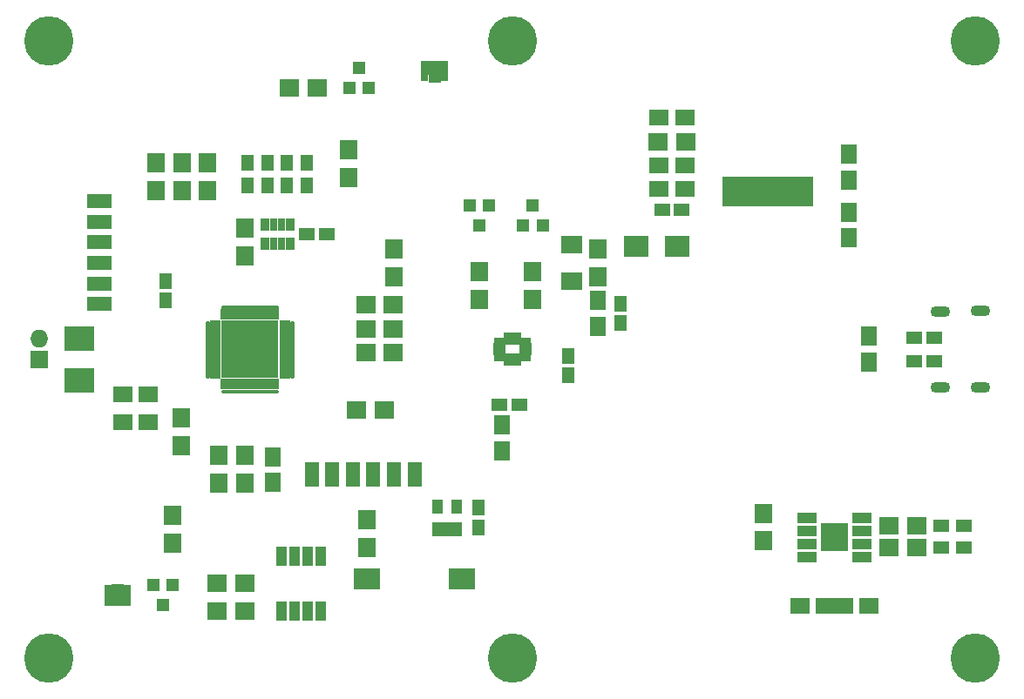
<source format=gbr>
G04 #@! TF.FileFunction,Soldermask,Top*
%FSLAX46Y46*%
G04 Gerber Fmt 4.6, Leading zero omitted, Abs format (unit mm)*
G04 Created by KiCad (PCBNEW 4.0.7) date Wed May  2 17:40:28 2018*
%MOMM*%
%LPD*%
G01*
G04 APERTURE LIST*
%ADD10C,0.100000*%
%ADD11R,1.600000X1.150000*%
%ADD12R,1.650000X1.900000*%
%ADD13R,1.700000X1.900000*%
%ADD14R,2.580000X2.000000*%
%ADD15C,4.800000*%
%ADD16R,1.750000X1.750000*%
%ADD17O,1.750000X1.750000*%
%ADD18R,1.200000X1.300000*%
%ADD19R,0.900000X1.200000*%
%ADD20R,0.800000X1.200000*%
%ADD21R,1.950000X1.000000*%
%ADD22R,1.575000X1.575000*%
%ADD23R,0.650000X1.100000*%
%ADD24R,1.100000X0.650000*%
%ADD25R,1.687500X1.687500*%
%ADD26R,1.050000X1.460000*%
%ADD27R,1.000000X1.950000*%
%ADD28R,2.400000X1.400000*%
%ADD29R,1.400000X2.400000*%
%ADD30R,1.150000X0.700000*%
%ADD31R,1.050000X0.700000*%
%ADD32R,1.050000X0.750000*%
%ADD33R,0.700000X1.150000*%
%ADD34O,1.900000X1.100000*%
%ADD35R,1.900000X1.650000*%
%ADD36R,1.600000X1.300000*%
%ADD37R,1.300000X1.600000*%
%ADD38R,1.900000X1.700000*%
%ADD39R,1.200000X0.880000*%
%ADD40R,0.800000X0.800000*%
%ADD41R,1.500000X1.350000*%
%ADD42R,1.150000X1.600000*%
%ADD43R,2.900000X2.400000*%
%ADD44R,0.720000X2.900000*%
%ADD45R,2.100000X1.700000*%
%ADD46R,2.400000X2.100000*%
%ADD47C,0.254000*%
G04 APERTURE END LIST*
D10*
D11*
X238350000Y-60200000D03*
X236450000Y-60200000D03*
D12*
X254600000Y-57350000D03*
X254600000Y-54850000D03*
D13*
X188900000Y-92650000D03*
X188900000Y-89950000D03*
D14*
X207810000Y-96100000D03*
X216990000Y-96100000D03*
D15*
X176900000Y-103800000D03*
X221900000Y-43800000D03*
X266900000Y-43800000D03*
X221900000Y-103800000D03*
X266900000Y-103800000D03*
X176900000Y-43800000D03*
D16*
X175900000Y-74800000D03*
D17*
X175900000Y-72800000D03*
D18*
X219650000Y-59800000D03*
X217750000Y-59800000D03*
X218700000Y-61800000D03*
X222950000Y-61800000D03*
X224850000Y-61800000D03*
X223900000Y-59800000D03*
D19*
X197900000Y-63500000D03*
D20*
X199500000Y-63500000D03*
X198700000Y-63500000D03*
D19*
X200300000Y-63500000D03*
D20*
X198700000Y-61700000D03*
D19*
X197900000Y-61700000D03*
D20*
X199500000Y-61700000D03*
D19*
X200300000Y-61700000D03*
D21*
X250500000Y-90195000D03*
X250500000Y-91465000D03*
X250500000Y-92735000D03*
X250500000Y-94005000D03*
X255900000Y-94005000D03*
X255900000Y-92735000D03*
X255900000Y-91465000D03*
X255900000Y-90195000D03*
D22*
X253787500Y-92687500D03*
X253787500Y-91512500D03*
X252612500Y-92687500D03*
X252612500Y-91512500D03*
D23*
X193900000Y-77200000D03*
X194400000Y-77200000D03*
X194900000Y-77200000D03*
X195400000Y-77200000D03*
X195900000Y-77200000D03*
X196400000Y-77200000D03*
X196900000Y-77200000D03*
X197400000Y-77200000D03*
X197900000Y-77200000D03*
X198400000Y-77200000D03*
X198900000Y-77200000D03*
D24*
X199800000Y-76300000D03*
X199800000Y-75800000D03*
X199800000Y-75300000D03*
X199800000Y-74800000D03*
X199800000Y-74300000D03*
X199800000Y-73800000D03*
X199800000Y-73300000D03*
X199800000Y-72800000D03*
X199800000Y-72300000D03*
X199800000Y-71800000D03*
X199800000Y-71300000D03*
D23*
X198900000Y-70400000D03*
X198400000Y-70400000D03*
X197900000Y-70400000D03*
X197400000Y-70400000D03*
X196900000Y-70400000D03*
X196400000Y-70400000D03*
X195900000Y-70400000D03*
X195400000Y-70400000D03*
X194900000Y-70400000D03*
X194400000Y-70400000D03*
X193900000Y-70400000D03*
D24*
X193000000Y-71300000D03*
X193000000Y-71800000D03*
X193000000Y-72300000D03*
X193000000Y-72800000D03*
X193000000Y-73300000D03*
X193000000Y-73800000D03*
X193000000Y-74300000D03*
X193000000Y-74800000D03*
X193000000Y-75300000D03*
X193000000Y-75800000D03*
X193000000Y-76300000D03*
D25*
X198331250Y-71868750D03*
X197043750Y-71868750D03*
X195756250Y-71868750D03*
X194468750Y-71868750D03*
X198331250Y-73156250D03*
X197043750Y-73156250D03*
X195756250Y-73156250D03*
X194468750Y-73156250D03*
X198331250Y-74443750D03*
X197043750Y-74443750D03*
X195756250Y-74443750D03*
X194468750Y-74443750D03*
X198331250Y-75731250D03*
X197043750Y-75731250D03*
X195756250Y-75731250D03*
X194468750Y-75731250D03*
D26*
X214600000Y-91300000D03*
X215550000Y-91300000D03*
X216500000Y-91300000D03*
X216500000Y-89100000D03*
X214600000Y-89100000D03*
D27*
X199490000Y-99300000D03*
X200760000Y-99300000D03*
X202030000Y-99300000D03*
X203300000Y-99300000D03*
X203300000Y-93900000D03*
X202030000Y-93900000D03*
X200760000Y-93900000D03*
X199490000Y-93900000D03*
D28*
X181800000Y-69400000D03*
X181800000Y-67400000D03*
X181800000Y-65400000D03*
X181800000Y-63400000D03*
X181800000Y-61400000D03*
X181800000Y-59400000D03*
D29*
X212400000Y-86000000D03*
X210400000Y-86000000D03*
X208400000Y-86000000D03*
X206400000Y-86000000D03*
X204400000Y-86000000D03*
X202400000Y-86000000D03*
D12*
X256500000Y-75050000D03*
X256500000Y-72550000D03*
D30*
X220650000Y-73550000D03*
X220650000Y-74050000D03*
D31*
X220650000Y-74600000D03*
X220650000Y-73000000D03*
D32*
X223150000Y-73000000D03*
D30*
X223150000Y-73550000D03*
X223150000Y-74050000D03*
D31*
X223150000Y-74600000D03*
D33*
X221900000Y-74800000D03*
X222400000Y-74800000D03*
X221400000Y-74800000D03*
X221900000Y-72800000D03*
X221400000Y-72800000D03*
X222400000Y-72800000D03*
D34*
X263450000Y-70125000D03*
X263450000Y-77500000D03*
X267350000Y-70100000D03*
X267350000Y-77500000D03*
D35*
X184050000Y-80900000D03*
X186550000Y-80900000D03*
D36*
X263600000Y-91000000D03*
X265800000Y-91000000D03*
X263600000Y-93100000D03*
X265800000Y-93100000D03*
D37*
X196200000Y-55700000D03*
X196200000Y-57900000D03*
X198100000Y-55700000D03*
X198100000Y-57900000D03*
X200000000Y-55700000D03*
X200000000Y-57900000D03*
X201900000Y-55700000D03*
X201900000Y-57900000D03*
D13*
X246300000Y-89750000D03*
X246300000Y-92450000D03*
D38*
X206750000Y-79700000D03*
X209450000Y-79700000D03*
D13*
X206000000Y-57100000D03*
X206000000Y-54400000D03*
X189700000Y-83150000D03*
X189700000Y-80450000D03*
D38*
X210350000Y-71800000D03*
X207650000Y-71800000D03*
X207650000Y-69500000D03*
X210350000Y-69500000D03*
D13*
X223900000Y-66250000D03*
X223900000Y-68950000D03*
X218700000Y-66250000D03*
X218700000Y-68950000D03*
X195900000Y-64750000D03*
X195900000Y-62050000D03*
D38*
X210350000Y-74100000D03*
X207650000Y-74100000D03*
D13*
X195900000Y-84150000D03*
X195900000Y-86850000D03*
X193400000Y-84150000D03*
X193400000Y-86850000D03*
D38*
X193250000Y-99300000D03*
X195950000Y-99300000D03*
X193250000Y-96600000D03*
X195950000Y-96600000D03*
D13*
X187300000Y-55700000D03*
X187300000Y-58400000D03*
X189800000Y-55700000D03*
X189800000Y-58400000D03*
D18*
X188900000Y-96700000D03*
X187000000Y-96700000D03*
X187950000Y-98700000D03*
X206050000Y-48400000D03*
X207950000Y-48400000D03*
X207000000Y-46400000D03*
D13*
X207800000Y-93050000D03*
X207800000Y-90350000D03*
D38*
X202950000Y-48400000D03*
X200250000Y-48400000D03*
D39*
X183550000Y-97050000D03*
D40*
X182600000Y-97100000D03*
X182600000Y-97750000D03*
X182600000Y-98400000D03*
X184500000Y-97100000D03*
X184500000Y-97750000D03*
X184500000Y-98400000D03*
D41*
X183550000Y-98050000D03*
D39*
X214350000Y-47450000D03*
D40*
X215300000Y-47400000D03*
X215300000Y-46750000D03*
X215300000Y-46100000D03*
X213400000Y-47400000D03*
X213400000Y-46750000D03*
X213400000Y-46100000D03*
D41*
X214350000Y-46450000D03*
D35*
X249850000Y-98800000D03*
X252350000Y-98800000D03*
X256550000Y-98800000D03*
X254050000Y-98800000D03*
X186550000Y-78200000D03*
X184050000Y-78200000D03*
X236150000Y-51300000D03*
X238650000Y-51300000D03*
D42*
X188200000Y-69050000D03*
X188200000Y-67150000D03*
D12*
X230200000Y-69050000D03*
X230200000Y-71550000D03*
D42*
X232400000Y-69350000D03*
X232400000Y-71250000D03*
D35*
X236150000Y-55900000D03*
X238650000Y-55900000D03*
D42*
X227300000Y-74450000D03*
X227300000Y-76350000D03*
D11*
X220650000Y-79200000D03*
X222550000Y-79200000D03*
X201950000Y-62600000D03*
X203850000Y-62600000D03*
D12*
X220900000Y-81150000D03*
X220900000Y-83650000D03*
D42*
X218600000Y-89200000D03*
X218600000Y-91100000D03*
D35*
X238650000Y-58200000D03*
X236150000Y-58200000D03*
D12*
X254600000Y-60450000D03*
X254600000Y-62950000D03*
X198600000Y-84250000D03*
X198600000Y-86750000D03*
D11*
X260950000Y-75000000D03*
X262850000Y-75000000D03*
X260950000Y-72700000D03*
X262850000Y-72700000D03*
D38*
X261200000Y-91000000D03*
X258500000Y-91000000D03*
X261200000Y-93100000D03*
X258500000Y-93100000D03*
D43*
X179800000Y-76800000D03*
X179800000Y-72800000D03*
D13*
X210400000Y-66750000D03*
X210400000Y-64050000D03*
X192300000Y-58400000D03*
X192300000Y-55700000D03*
X230200000Y-64050000D03*
X230200000Y-66750000D03*
D38*
X238750000Y-53600000D03*
X236050000Y-53600000D03*
D44*
X250744697Y-58441463D03*
X250124697Y-58441463D03*
X249504697Y-58441463D03*
X248884697Y-58441463D03*
X248264697Y-58441463D03*
X247644697Y-58441463D03*
X247024697Y-58441463D03*
X246404697Y-58441463D03*
X245784697Y-58441463D03*
X245164697Y-58441463D03*
X244544697Y-58441463D03*
X243924697Y-58441463D03*
X243304697Y-58441463D03*
X242684697Y-58441463D03*
D45*
X227700000Y-67150000D03*
X227700000Y-63650000D03*
D46*
X233900000Y-63800000D03*
X237900000Y-63800000D03*
D47*
G36*
X199073000Y-69773000D02*
X193727000Y-69773000D01*
X193727000Y-69627000D01*
X199073000Y-69627000D01*
X199073000Y-69773000D01*
X199073000Y-69773000D01*
G37*
X199073000Y-69773000D02*
X193727000Y-69773000D01*
X193727000Y-69627000D01*
X199073000Y-69627000D01*
X199073000Y-69773000D01*
G36*
X199073000Y-77973000D02*
X193727000Y-77973000D01*
X193727000Y-77827000D01*
X199073000Y-77827000D01*
X199073000Y-77973000D01*
X199073000Y-77973000D01*
G37*
X199073000Y-77973000D02*
X193727000Y-77973000D01*
X193727000Y-77827000D01*
X199073000Y-77827000D01*
X199073000Y-77973000D01*
G36*
X192373000Y-76473000D02*
X192227000Y-76473000D01*
X192227000Y-71127000D01*
X192373000Y-71127000D01*
X192373000Y-76473000D01*
X192373000Y-76473000D01*
G37*
X192373000Y-76473000D02*
X192227000Y-76473000D01*
X192227000Y-71127000D01*
X192373000Y-71127000D01*
X192373000Y-76473000D01*
G36*
X200562104Y-76473000D02*
X200416104Y-76473000D01*
X200416104Y-71127000D01*
X200562104Y-71127000D01*
X200562104Y-76473000D01*
X200562104Y-76473000D01*
G37*
X200562104Y-76473000D02*
X200416104Y-76473000D01*
X200416104Y-71127000D01*
X200562104Y-71127000D01*
X200562104Y-76473000D01*
M02*

</source>
